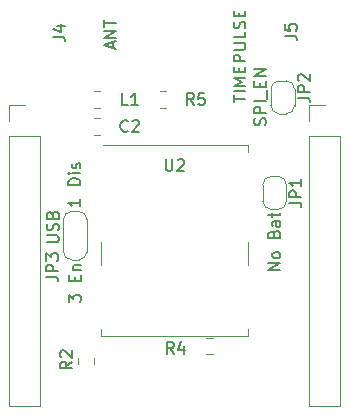
<source format=gto>
G04 #@! TF.GenerationSoftware,KiCad,Pcbnew,(5.1.4-0-10_14)*
G04 #@! TF.CreationDate,2020-02-10T15:43:12-05:00*
G04 #@! TF.ProjectId,neo8_adapter,6e656f38-5f61-4646-9170-7465722e6b69,rev?*
G04 #@! TF.SameCoordinates,Original*
G04 #@! TF.FileFunction,Legend,Top*
G04 #@! TF.FilePolarity,Positive*
%FSLAX46Y46*%
G04 Gerber Fmt 4.6, Leading zero omitted, Abs format (unit mm)*
G04 Created by KiCad (PCBNEW (5.1.4-0-10_14)) date 2020-02-10 15:43:12*
%MOMM*%
%LPD*%
G04 APERTURE LIST*
%ADD10C,0.120000*%
%ADD11C,0.150000*%
G04 APERTURE END LIST*
D10*
X151887200Y-101662800D02*
G75*
G02X152587200Y-102362800I0J-700000D01*
G01*
X150587200Y-102362800D02*
G75*
G02X151287200Y-101662800I700000J0D01*
G01*
X151287200Y-105762800D02*
G75*
G02X150587200Y-105062800I0J700000D01*
G01*
X152587200Y-105062800D02*
G75*
G02X151887200Y-105762800I-700000J0D01*
G01*
X152587200Y-102312800D02*
X152587200Y-105112800D01*
X151887200Y-105762800D02*
X151287200Y-105762800D01*
X150587200Y-105112800D02*
X150587200Y-102312800D01*
X151287200Y-101662800D02*
X151887200Y-101662800D01*
X166230000Y-111640000D02*
X166230000Y-112240000D01*
X166230000Y-96030000D02*
X166230000Y-96640000D01*
X153810000Y-111640000D02*
X153810000Y-112250000D01*
X153920000Y-96030000D02*
X166230000Y-96030000D01*
X153810000Y-112250000D02*
X166230000Y-112250000D01*
X166230000Y-104240000D02*
X166230000Y-106240000D01*
X153810000Y-104240000D02*
X153810000Y-106240000D01*
X158751748Y-92912000D02*
X159274252Y-92912000D01*
X158751748Y-91492000D02*
X159274252Y-91492000D01*
X163218652Y-112358100D02*
X162696148Y-112358100D01*
X163218652Y-113778100D02*
X162696148Y-113778100D01*
X151791600Y-114080548D02*
X151791600Y-114603052D01*
X153211600Y-114080548D02*
X153211600Y-114603052D01*
X153686252Y-91492000D02*
X153163748Y-91492000D01*
X153686252Y-92912000D02*
X153163748Y-92912000D01*
X168164000Y-92698800D02*
X168164000Y-91298800D01*
X168864000Y-90598800D02*
X169464000Y-90598800D01*
X170164000Y-91298800D02*
X170164000Y-92698800D01*
X169464000Y-93398800D02*
X168864000Y-93398800D01*
X168864000Y-93398800D02*
G75*
G02X168164000Y-92698800I0J700000D01*
G01*
X170164000Y-92698800D02*
G75*
G02X169464000Y-93398800I-700000J0D01*
G01*
X169464000Y-90598800D02*
G75*
G02X170164000Y-91298800I0J-700000D01*
G01*
X168164000Y-91298800D02*
G75*
G02X168864000Y-90598800I700000J0D01*
G01*
X169478200Y-99401400D02*
X169478200Y-100801400D01*
X168778200Y-101501400D02*
X168178200Y-101501400D01*
X167478200Y-100801400D02*
X167478200Y-99401400D01*
X168178200Y-98701400D02*
X168778200Y-98701400D01*
X168778200Y-98701400D02*
G75*
G02X169478200Y-99401400I0J-700000D01*
G01*
X167478200Y-99401400D02*
G75*
G02X168178200Y-98701400I700000J0D01*
G01*
X168178200Y-101501400D02*
G75*
G02X167478200Y-100801400I0J700000D01*
G01*
X169478200Y-100801400D02*
G75*
G02X168778200Y-101501400I-700000J0D01*
G01*
X171390000Y-92650000D02*
X172720000Y-92650000D01*
X171390000Y-93980000D02*
X171390000Y-92650000D01*
X171390000Y-95250000D02*
X174050000Y-95250000D01*
X174050000Y-95250000D02*
X174050000Y-118170000D01*
X171390000Y-95250000D02*
X171390000Y-118170000D01*
X171390000Y-118170000D02*
X174050000Y-118170000D01*
X145990000Y-92650000D02*
X147320000Y-92650000D01*
X145990000Y-93980000D02*
X145990000Y-92650000D01*
X145990000Y-95250000D02*
X148650000Y-95250000D01*
X148650000Y-95250000D02*
X148650000Y-118170000D01*
X145990000Y-95250000D02*
X145990000Y-118170000D01*
X145990000Y-118170000D02*
X148650000Y-118170000D01*
X153668252Y-93778000D02*
X153145748Y-93778000D01*
X153668252Y-95198000D02*
X153145748Y-95198000D01*
D11*
X149147280Y-107208533D02*
X149861566Y-107208533D01*
X150004423Y-107256152D01*
X150099661Y-107351390D01*
X150147280Y-107494247D01*
X150147280Y-107589485D01*
X150147280Y-106732342D02*
X149147280Y-106732342D01*
X149147280Y-106351390D01*
X149194900Y-106256152D01*
X149242519Y-106208533D01*
X149337757Y-106160914D01*
X149480614Y-106160914D01*
X149575852Y-106208533D01*
X149623471Y-106256152D01*
X149671090Y-106351390D01*
X149671090Y-106732342D01*
X149147280Y-105827580D02*
X149147280Y-105208533D01*
X149528233Y-105541866D01*
X149528233Y-105399009D01*
X149575852Y-105303771D01*
X149623471Y-105256152D01*
X149718709Y-105208533D01*
X149956804Y-105208533D01*
X150052042Y-105256152D01*
X150099661Y-105303771D01*
X150147280Y-105399009D01*
X150147280Y-105684723D01*
X150099661Y-105779961D01*
X150052042Y-105827580D01*
X149198080Y-104271604D02*
X150007604Y-104271604D01*
X150102842Y-104223985D01*
X150150461Y-104176366D01*
X150198080Y-104081128D01*
X150198080Y-103890652D01*
X150150461Y-103795414D01*
X150102842Y-103747795D01*
X150007604Y-103700176D01*
X149198080Y-103700176D01*
X150150461Y-103271604D02*
X150198080Y-103128747D01*
X150198080Y-102890652D01*
X150150461Y-102795414D01*
X150102842Y-102747795D01*
X150007604Y-102700176D01*
X149912366Y-102700176D01*
X149817128Y-102747795D01*
X149769509Y-102795414D01*
X149721890Y-102890652D01*
X149674271Y-103081128D01*
X149626652Y-103176366D01*
X149579033Y-103223985D01*
X149483795Y-103271604D01*
X149388557Y-103271604D01*
X149293319Y-103223985D01*
X149245700Y-103176366D01*
X149198080Y-103081128D01*
X149198080Y-102843033D01*
X149245700Y-102700176D01*
X149674271Y-101938271D02*
X149721890Y-101795414D01*
X149769509Y-101747795D01*
X149864747Y-101700176D01*
X150007604Y-101700176D01*
X150102842Y-101747795D01*
X150150461Y-101795414D01*
X150198080Y-101890652D01*
X150198080Y-102271604D01*
X149198080Y-102271604D01*
X149198080Y-101938271D01*
X149245700Y-101843033D01*
X149293319Y-101795414D01*
X149388557Y-101747795D01*
X149483795Y-101747795D01*
X149579033Y-101795414D01*
X149626652Y-101843033D01*
X149674271Y-101938271D01*
X149674271Y-102271604D01*
X152014180Y-100628295D02*
X152014180Y-101199723D01*
X152014180Y-100914009D02*
X151014180Y-100914009D01*
X151157038Y-101009247D01*
X151252276Y-101104485D01*
X151299895Y-101199723D01*
X152014180Y-99437819D02*
X151014180Y-99437819D01*
X151014180Y-99199723D01*
X151061800Y-99056866D01*
X151157038Y-98961628D01*
X151252276Y-98914009D01*
X151442752Y-98866390D01*
X151585609Y-98866390D01*
X151776085Y-98914009D01*
X151871323Y-98961628D01*
X151966561Y-99056866D01*
X152014180Y-99199723D01*
X152014180Y-99437819D01*
X152014180Y-98437819D02*
X151347514Y-98437819D01*
X151014180Y-98437819D02*
X151061800Y-98485438D01*
X151109419Y-98437819D01*
X151061800Y-98390200D01*
X151014180Y-98437819D01*
X151109419Y-98437819D01*
X151966561Y-98009247D02*
X152014180Y-97914009D01*
X152014180Y-97723533D01*
X151966561Y-97628295D01*
X151871323Y-97580676D01*
X151823704Y-97580676D01*
X151728466Y-97628295D01*
X151680847Y-97723533D01*
X151680847Y-97866390D01*
X151633228Y-97961628D01*
X151537990Y-98009247D01*
X151490371Y-98009247D01*
X151395133Y-97961628D01*
X151347514Y-97866390D01*
X151347514Y-97723533D01*
X151395133Y-97628295D01*
X151064980Y-109340447D02*
X151064980Y-108721400D01*
X151445933Y-109054733D01*
X151445933Y-108911876D01*
X151493552Y-108816638D01*
X151541171Y-108769019D01*
X151636409Y-108721400D01*
X151874504Y-108721400D01*
X151969742Y-108769019D01*
X152017361Y-108816638D01*
X152064980Y-108911876D01*
X152064980Y-109197590D01*
X152017361Y-109292828D01*
X151969742Y-109340447D01*
X151541171Y-107530923D02*
X151541171Y-107197590D01*
X152064980Y-107054733D02*
X152064980Y-107530923D01*
X151064980Y-107530923D01*
X151064980Y-107054733D01*
X151398314Y-106626161D02*
X152064980Y-106626161D01*
X151493552Y-106626161D02*
X151445933Y-106578542D01*
X151398314Y-106483304D01*
X151398314Y-106340447D01*
X151445933Y-106245209D01*
X151541171Y-106197590D01*
X152064980Y-106197590D01*
X159258095Y-97242380D02*
X159258095Y-98051904D01*
X159305714Y-98147142D01*
X159353333Y-98194761D01*
X159448571Y-98242380D01*
X159639047Y-98242380D01*
X159734285Y-98194761D01*
X159781904Y-98147142D01*
X159829523Y-98051904D01*
X159829523Y-97242380D01*
X160258095Y-97337619D02*
X160305714Y-97290000D01*
X160400952Y-97242380D01*
X160639047Y-97242380D01*
X160734285Y-97290000D01*
X160781904Y-97337619D01*
X160829523Y-97432857D01*
X160829523Y-97528095D01*
X160781904Y-97670952D01*
X160210476Y-98242380D01*
X160829523Y-98242380D01*
X161631333Y-92654380D02*
X161298000Y-92178190D01*
X161059904Y-92654380D02*
X161059904Y-91654380D01*
X161440857Y-91654380D01*
X161536095Y-91702000D01*
X161583714Y-91749619D01*
X161631333Y-91844857D01*
X161631333Y-91987714D01*
X161583714Y-92082952D01*
X161536095Y-92130571D01*
X161440857Y-92178190D01*
X161059904Y-92178190D01*
X162536095Y-91654380D02*
X162059904Y-91654380D01*
X162012285Y-92130571D01*
X162059904Y-92082952D01*
X162155142Y-92035333D01*
X162393238Y-92035333D01*
X162488476Y-92082952D01*
X162536095Y-92130571D01*
X162583714Y-92225809D01*
X162583714Y-92463904D01*
X162536095Y-92559142D01*
X162488476Y-92606761D01*
X162393238Y-92654380D01*
X162155142Y-92654380D01*
X162059904Y-92606761D01*
X162012285Y-92559142D01*
X159929533Y-113710980D02*
X159596200Y-113234790D01*
X159358104Y-113710980D02*
X159358104Y-112710980D01*
X159739057Y-112710980D01*
X159834295Y-112758600D01*
X159881914Y-112806219D01*
X159929533Y-112901457D01*
X159929533Y-113044314D01*
X159881914Y-113139552D01*
X159834295Y-113187171D01*
X159739057Y-113234790D01*
X159358104Y-113234790D01*
X160786676Y-113044314D02*
X160786676Y-113710980D01*
X160548580Y-112663361D02*
X160310485Y-113377647D01*
X160929533Y-113377647D01*
X151302980Y-114390466D02*
X150826790Y-114723800D01*
X151302980Y-114961895D02*
X150302980Y-114961895D01*
X150302980Y-114580942D01*
X150350600Y-114485704D01*
X150398219Y-114438085D01*
X150493457Y-114390466D01*
X150636314Y-114390466D01*
X150731552Y-114438085D01*
X150779171Y-114485704D01*
X150826790Y-114580942D01*
X150826790Y-114961895D01*
X150398219Y-114009514D02*
X150350600Y-113961895D01*
X150302980Y-113866657D01*
X150302980Y-113628561D01*
X150350600Y-113533323D01*
X150398219Y-113485704D01*
X150493457Y-113438085D01*
X150588695Y-113438085D01*
X150731552Y-113485704D01*
X151302980Y-114057133D01*
X151302980Y-113438085D01*
X156043333Y-92654380D02*
X155567142Y-92654380D01*
X155567142Y-91654380D01*
X156900476Y-92654380D02*
X156329047Y-92654380D01*
X156614761Y-92654380D02*
X156614761Y-91654380D01*
X156519523Y-91797238D01*
X156424285Y-91892476D01*
X156329047Y-91940095D01*
X170445180Y-92044733D02*
X171159466Y-92044733D01*
X171302323Y-92092352D01*
X171397561Y-92187590D01*
X171445180Y-92330447D01*
X171445180Y-92425685D01*
X171445180Y-91568542D02*
X170445180Y-91568542D01*
X170445180Y-91187590D01*
X170492800Y-91092352D01*
X170540419Y-91044733D01*
X170635657Y-90997114D01*
X170778514Y-90997114D01*
X170873752Y-91044733D01*
X170921371Y-91092352D01*
X170968990Y-91187590D01*
X170968990Y-91568542D01*
X170540419Y-90616161D02*
X170492800Y-90568542D01*
X170445180Y-90473304D01*
X170445180Y-90235209D01*
X170492800Y-90139971D01*
X170540419Y-90092352D01*
X170635657Y-90044733D01*
X170730895Y-90044733D01*
X170873752Y-90092352D01*
X171445180Y-90663780D01*
X171445180Y-90044733D01*
X167689161Y-94354352D02*
X167736780Y-94211495D01*
X167736780Y-93973400D01*
X167689161Y-93878161D01*
X167641542Y-93830542D01*
X167546304Y-93782923D01*
X167451066Y-93782923D01*
X167355828Y-93830542D01*
X167308209Y-93878161D01*
X167260590Y-93973400D01*
X167212971Y-94163876D01*
X167165352Y-94259114D01*
X167117733Y-94306733D01*
X167022495Y-94354352D01*
X166927257Y-94354352D01*
X166832019Y-94306733D01*
X166784400Y-94259114D01*
X166736780Y-94163876D01*
X166736780Y-93925780D01*
X166784400Y-93782923D01*
X167736780Y-93354352D02*
X166736780Y-93354352D01*
X166736780Y-92973400D01*
X166784400Y-92878161D01*
X166832019Y-92830542D01*
X166927257Y-92782923D01*
X167070114Y-92782923D01*
X167165352Y-92830542D01*
X167212971Y-92878161D01*
X167260590Y-92973400D01*
X167260590Y-93354352D01*
X167736780Y-92354352D02*
X166736780Y-92354352D01*
X167832019Y-92116257D02*
X167832019Y-91354352D01*
X167212971Y-91116257D02*
X167212971Y-90782923D01*
X167736780Y-90640066D02*
X167736780Y-91116257D01*
X166736780Y-91116257D01*
X166736780Y-90640066D01*
X167736780Y-90211495D02*
X166736780Y-90211495D01*
X167736780Y-89640066D01*
X166736780Y-89640066D01*
X169730580Y-100934733D02*
X170444866Y-100934733D01*
X170587723Y-100982352D01*
X170682961Y-101077590D01*
X170730580Y-101220447D01*
X170730580Y-101315685D01*
X170730580Y-100458542D02*
X169730580Y-100458542D01*
X169730580Y-100077590D01*
X169778200Y-99982352D01*
X169825819Y-99934733D01*
X169921057Y-99887114D01*
X170063914Y-99887114D01*
X170159152Y-99934733D01*
X170206771Y-99982352D01*
X170254390Y-100077590D01*
X170254390Y-100458542D01*
X170730580Y-98934733D02*
X170730580Y-99506161D01*
X170730580Y-99220447D02*
X169730580Y-99220447D01*
X169873438Y-99315685D01*
X169968676Y-99410923D01*
X170016295Y-99506161D01*
X168955980Y-106624142D02*
X167955980Y-106624142D01*
X168955980Y-106052714D01*
X167955980Y-106052714D01*
X168955980Y-105433666D02*
X168908361Y-105528904D01*
X168860742Y-105576523D01*
X168765504Y-105624142D01*
X168479790Y-105624142D01*
X168384552Y-105576523D01*
X168336933Y-105528904D01*
X168289314Y-105433666D01*
X168289314Y-105290809D01*
X168336933Y-105195571D01*
X168384552Y-105147952D01*
X168479790Y-105100333D01*
X168765504Y-105100333D01*
X168860742Y-105147952D01*
X168908361Y-105195571D01*
X168955980Y-105290809D01*
X168955980Y-105433666D01*
X168432171Y-103576523D02*
X168479790Y-103433666D01*
X168527409Y-103386047D01*
X168622647Y-103338428D01*
X168765504Y-103338428D01*
X168860742Y-103386047D01*
X168908361Y-103433666D01*
X168955980Y-103528904D01*
X168955980Y-103909857D01*
X167955980Y-103909857D01*
X167955980Y-103576523D01*
X168003600Y-103481285D01*
X168051219Y-103433666D01*
X168146457Y-103386047D01*
X168241695Y-103386047D01*
X168336933Y-103433666D01*
X168384552Y-103481285D01*
X168432171Y-103576523D01*
X168432171Y-103909857D01*
X168955980Y-102481285D02*
X168432171Y-102481285D01*
X168336933Y-102528904D01*
X168289314Y-102624142D01*
X168289314Y-102814619D01*
X168336933Y-102909857D01*
X168908361Y-102481285D02*
X168955980Y-102576523D01*
X168955980Y-102814619D01*
X168908361Y-102909857D01*
X168813123Y-102957476D01*
X168717885Y-102957476D01*
X168622647Y-102909857D01*
X168575028Y-102814619D01*
X168575028Y-102576523D01*
X168527409Y-102481285D01*
X168289314Y-102147952D02*
X168289314Y-101767000D01*
X167955980Y-102005095D02*
X168813123Y-102005095D01*
X168908361Y-101957476D01*
X168955980Y-101862238D01*
X168955980Y-101767000D01*
X169340280Y-86782233D02*
X170054566Y-86782233D01*
X170197423Y-86829852D01*
X170292661Y-86925090D01*
X170340280Y-87067947D01*
X170340280Y-87163185D01*
X169340280Y-85829852D02*
X169340280Y-86306042D01*
X169816471Y-86353661D01*
X169768852Y-86306042D01*
X169721233Y-86210804D01*
X169721233Y-85972709D01*
X169768852Y-85877471D01*
X169816471Y-85829852D01*
X169911709Y-85782233D01*
X170149804Y-85782233D01*
X170245042Y-85829852D01*
X170292661Y-85877471D01*
X170340280Y-85972709D01*
X170340280Y-86210804D01*
X170292661Y-86306042D01*
X170245042Y-86353661D01*
X165009580Y-92398361D02*
X165009580Y-91826933D01*
X166009580Y-92112647D02*
X165009580Y-92112647D01*
X166009580Y-91493600D02*
X165009580Y-91493600D01*
X166009580Y-91017409D02*
X165009580Y-91017409D01*
X165723866Y-90684076D01*
X165009580Y-90350742D01*
X166009580Y-90350742D01*
X165485771Y-89874552D02*
X165485771Y-89541219D01*
X166009580Y-89398361D02*
X166009580Y-89874552D01*
X165009580Y-89874552D01*
X165009580Y-89398361D01*
X166009580Y-88969790D02*
X165009580Y-88969790D01*
X165009580Y-88588838D01*
X165057200Y-88493600D01*
X165104819Y-88445980D01*
X165200057Y-88398361D01*
X165342914Y-88398361D01*
X165438152Y-88445980D01*
X165485771Y-88493600D01*
X165533390Y-88588838D01*
X165533390Y-88969790D01*
X165009580Y-87969790D02*
X165819104Y-87969790D01*
X165914342Y-87922171D01*
X165961961Y-87874552D01*
X166009580Y-87779314D01*
X166009580Y-87588838D01*
X165961961Y-87493600D01*
X165914342Y-87445980D01*
X165819104Y-87398361D01*
X165009580Y-87398361D01*
X166009580Y-86445980D02*
X166009580Y-86922171D01*
X165009580Y-86922171D01*
X165961961Y-86160266D02*
X166009580Y-86017409D01*
X166009580Y-85779314D01*
X165961961Y-85684076D01*
X165914342Y-85636457D01*
X165819104Y-85588838D01*
X165723866Y-85588838D01*
X165628628Y-85636457D01*
X165581009Y-85684076D01*
X165533390Y-85779314D01*
X165485771Y-85969790D01*
X165438152Y-86065028D01*
X165390533Y-86112647D01*
X165295295Y-86160266D01*
X165200057Y-86160266D01*
X165104819Y-86112647D01*
X165057200Y-86065028D01*
X165009580Y-85969790D01*
X165009580Y-85731695D01*
X165057200Y-85588838D01*
X165485771Y-85160266D02*
X165485771Y-84826933D01*
X166009580Y-84684076D02*
X166009580Y-85160266D01*
X165009580Y-85160266D01*
X165009580Y-84684076D01*
X149718780Y-86871133D02*
X150433066Y-86871133D01*
X150575923Y-86918752D01*
X150671161Y-87013990D01*
X150718780Y-87156847D01*
X150718780Y-87252085D01*
X150052114Y-85966371D02*
X150718780Y-85966371D01*
X149671161Y-86204466D02*
X150385447Y-86442561D01*
X150385447Y-85823514D01*
X154763766Y-87845757D02*
X154763766Y-87369566D01*
X155049480Y-87940995D02*
X154049480Y-87607661D01*
X155049480Y-87274328D01*
X155049480Y-86940995D02*
X154049480Y-86940995D01*
X155049480Y-86369566D01*
X154049480Y-86369566D01*
X154049480Y-86036233D02*
X154049480Y-85464804D01*
X155049480Y-85750519D02*
X154049480Y-85750519D01*
X156043333Y-94845142D02*
X155995714Y-94892761D01*
X155852857Y-94940380D01*
X155757619Y-94940380D01*
X155614761Y-94892761D01*
X155519523Y-94797523D01*
X155471904Y-94702285D01*
X155424285Y-94511809D01*
X155424285Y-94368952D01*
X155471904Y-94178476D01*
X155519523Y-94083238D01*
X155614761Y-93988000D01*
X155757619Y-93940380D01*
X155852857Y-93940380D01*
X155995714Y-93988000D01*
X156043333Y-94035619D01*
X156424285Y-94035619D02*
X156471904Y-93988000D01*
X156567142Y-93940380D01*
X156805238Y-93940380D01*
X156900476Y-93988000D01*
X156948095Y-94035619D01*
X156995714Y-94130857D01*
X156995714Y-94226095D01*
X156948095Y-94368952D01*
X156376666Y-94940380D01*
X156995714Y-94940380D01*
M02*

</source>
